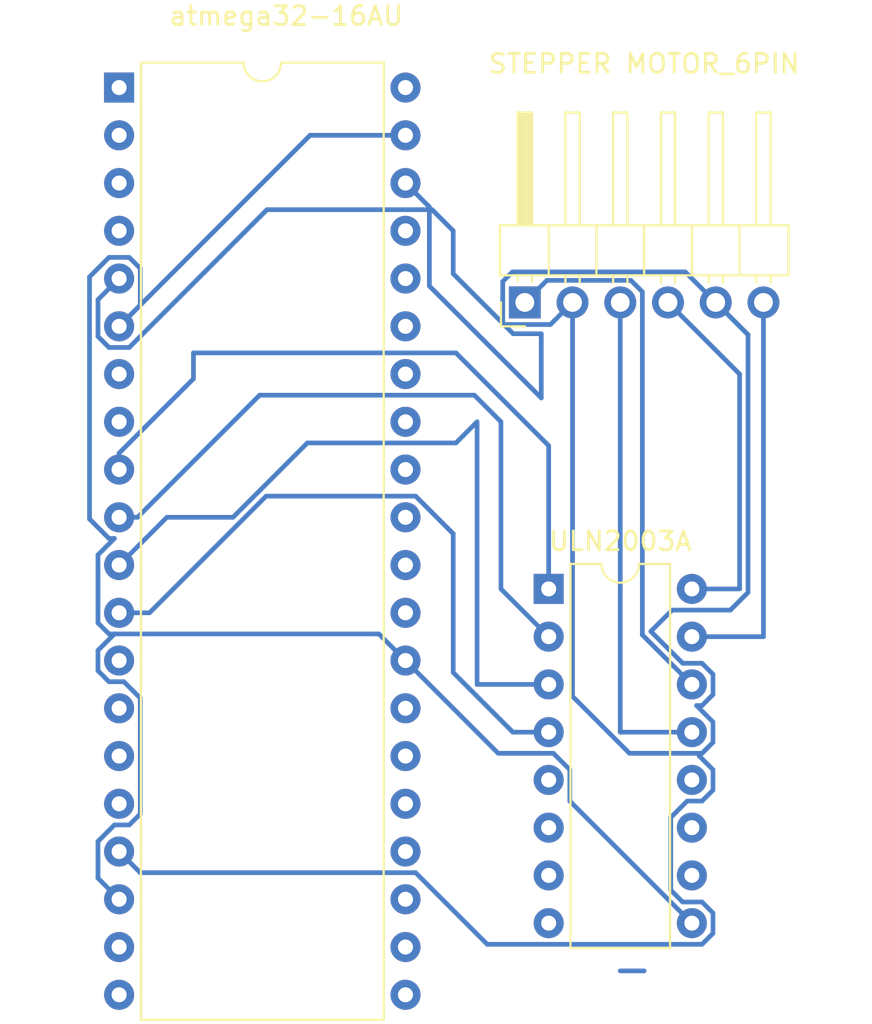
<source format=kicad_pcb>
(kicad_pcb (version 20171130) (host pcbnew "(5.1.9)-1")

  (general
    (thickness 1.6)
    (drawings 0)
    (tracks 127)
    (zones 0)
    (modules 3)
    (nets 47)
  )

  (page A4)
  (layers
    (0 F.Cu signal)
    (31 B.Cu signal)
    (32 B.Adhes user)
    (33 F.Adhes user)
    (34 B.Paste user)
    (35 F.Paste user)
    (36 B.SilkS user)
    (37 F.SilkS user)
    (38 B.Mask user)
    (39 F.Mask user)
    (40 Dwgs.User user)
    (41 Cmts.User user)
    (42 Eco1.User user)
    (43 Eco2.User user)
    (44 Edge.Cuts user)
    (45 Margin user)
    (46 B.CrtYd user)
    (47 F.CrtYd user)
    (48 B.Fab user)
    (49 F.Fab user)
  )

  (setup
    (last_trace_width 0.25)
    (trace_clearance 0.2)
    (zone_clearance 0.508)
    (zone_45_only no)
    (trace_min 0.2)
    (via_size 0.8)
    (via_drill 0.4)
    (via_min_size 0.4)
    (via_min_drill 0.3)
    (uvia_size 0.3)
    (uvia_drill 0.1)
    (uvias_allowed no)
    (uvia_min_size 0.2)
    (uvia_min_drill 0.1)
    (edge_width 0.05)
    (segment_width 0.2)
    (pcb_text_width 0.3)
    (pcb_text_size 1.5 1.5)
    (mod_edge_width 0.12)
    (mod_text_size 1 1)
    (mod_text_width 0.15)
    (pad_size 1.524 1.524)
    (pad_drill 0.762)
    (pad_to_mask_clearance 0)
    (aux_axis_origin 0 0)
    (visible_elements FFFFFF7F)
    (pcbplotparams
      (layerselection 0x010fc_ffffffff)
      (usegerberextensions false)
      (usegerberattributes true)
      (usegerberadvancedattributes true)
      (creategerberjobfile true)
      (excludeedgelayer true)
      (linewidth 0.100000)
      (plotframeref false)
      (viasonmask false)
      (mode 1)
      (useauxorigin false)
      (hpglpennumber 1)
      (hpglpenspeed 20)
      (hpglpendiameter 15.000000)
      (psnegative false)
      (psa4output false)
      (plotreference true)
      (plotvalue true)
      (plotinvisibletext false)
      (padsonsilk false)
      (subtractmaskfromsilk false)
      (outputformat 1)
      (mirror false)
      (drillshape 1)
      (scaleselection 1)
      (outputdirectory ""))
  )

  (net 0 "")
  (net 1 "Net-(M1-Pad1)")
  (net 2 VCC)
  (net 3 "Net-(M1-Pad3)")
  (net 4 "Net-(M1-Pad4)")
  (net 5 "Net-(M1-Pad6)")
  (net 6 "Net-(U1-Pad1)")
  (net 7 "Net-(U1-Pad2)")
  (net 8 "Net-(U1-Pad3)")
  (net 9 "Net-(U1-Pad4)")
  (net 10 GND)
  (net 11 "Net-(U1-Pad7)")
  (net 12 "Net-(U1-Pad8)")
  (net 13 "Net-(U1-Pad9)")
  (net 14 "Net-(U1-Pad10)")
  (net 15 "Net-(U1-Pad11)")
  (net 16 "Net-(U1-Pad12)")
  (net 17 "Net-(U1-Pad13)")
  (net 18 "Net-(U1-Pad14)")
  (net 19 "Net-(U1-Pad15)")
  (net 20 "Net-(U1-Pad16)")
  (net 21 "Net-(U1-Pad19)")
  (net 22 "Net-(U1-Pad20)")
  (net 23 "Net-(U1-Pad21)")
  (net 24 "Net-(U1-Pad22)")
  (net 25 "Net-(U1-Pad23)")
  (net 26 "Net-(U1-Pad24)")
  (net 27 "Net-(U1-Pad25)")
  (net 28 "Net-(U1-Pad26)")
  (net 29 "Net-(U1-Pad27)")
  (net 30 "Net-(U1-Pad29)")
  (net 31 "Net-(U1-Pad30)")
  (net 32 "Net-(U1-Pad31)")
  (net 33 "Net-(U1-Pad32)")
  (net 34 "Net-(U1-Pad33)")
  (net 35 "Net-(U1-Pad34)")
  (net 36 "Net-(U1-Pad35)")
  (net 37 "Net-(U1-Pad36)")
  (net 38 "Net-(U1-Pad37)")
  (net 39 "Net-(U1-Pad40)")
  (net 40 "Net-(U2-Pad10)")
  (net 41 "Net-(U2-Pad11)")
  (net 42 "Net-(U2-Pad12)")
  (net 43 "Net-(U2-Pad5)")
  (net 44 "Net-(U2-Pad6)")
  (net 45 "Net-(U2-Pad7)")
  (net 46 "Net-(U2-Pad8)")

  (net_class Default "This is the default net class."
    (clearance 0.2)
    (trace_width 0.25)
    (via_dia 0.8)
    (via_drill 0.4)
    (uvia_dia 0.3)
    (uvia_drill 0.1)
    (add_net GND)
    (add_net "Net-(M1-Pad1)")
    (add_net "Net-(M1-Pad3)")
    (add_net "Net-(M1-Pad4)")
    (add_net "Net-(M1-Pad6)")
    (add_net "Net-(U1-Pad1)")
    (add_net "Net-(U1-Pad10)")
    (add_net "Net-(U1-Pad11)")
    (add_net "Net-(U1-Pad12)")
    (add_net "Net-(U1-Pad13)")
    (add_net "Net-(U1-Pad14)")
    (add_net "Net-(U1-Pad15)")
    (add_net "Net-(U1-Pad16)")
    (add_net "Net-(U1-Pad19)")
    (add_net "Net-(U1-Pad2)")
    (add_net "Net-(U1-Pad20)")
    (add_net "Net-(U1-Pad21)")
    (add_net "Net-(U1-Pad22)")
    (add_net "Net-(U1-Pad23)")
    (add_net "Net-(U1-Pad24)")
    (add_net "Net-(U1-Pad25)")
    (add_net "Net-(U1-Pad26)")
    (add_net "Net-(U1-Pad27)")
    (add_net "Net-(U1-Pad29)")
    (add_net "Net-(U1-Pad3)")
    (add_net "Net-(U1-Pad30)")
    (add_net "Net-(U1-Pad31)")
    (add_net "Net-(U1-Pad32)")
    (add_net "Net-(U1-Pad33)")
    (add_net "Net-(U1-Pad34)")
    (add_net "Net-(U1-Pad35)")
    (add_net "Net-(U1-Pad36)")
    (add_net "Net-(U1-Pad37)")
    (add_net "Net-(U1-Pad4)")
    (add_net "Net-(U1-Pad40)")
    (add_net "Net-(U1-Pad7)")
    (add_net "Net-(U1-Pad8)")
    (add_net "Net-(U1-Pad9)")
    (add_net "Net-(U2-Pad10)")
    (add_net "Net-(U2-Pad11)")
    (add_net "Net-(U2-Pad12)")
    (add_net "Net-(U2-Pad5)")
    (add_net "Net-(U2-Pad6)")
    (add_net "Net-(U2-Pad7)")
    (add_net "Net-(U2-Pad8)")
    (add_net VCC)
  )

  (module Package_DIP:DIP-40_W15.24mm (layer F.Cu) (tedit 5A02E8C5) (tstamp 607A2BAB)
    (at 101.6 106.68)
    (descr "40-lead though-hole mounted DIP package, row spacing 15.24 mm (600 mils)")
    (tags "THT DIP DIL PDIP 2.54mm 15.24mm 600mil")
    (path /6079A63F)
    (fp_text reference atmega32-16AU (at 8.89 -3.81) (layer F.SilkS)
      (effects (font (size 1 1) (thickness 0.15)))
    )
    (fp_text value ATmega32-16AU (at 8.89 -3.81) (layer F.Fab)
      (effects (font (size 1 1) (thickness 0.15)))
    )
    (fp_text user %R (at 0 0) (layer F.Fab)
      (effects (font (size 1 1) (thickness 0.15)))
    )
    (fp_arc (start 7.62 -1.33) (end 6.62 -1.33) (angle -180) (layer F.SilkS) (width 0.12))
    (fp_line (start 1.255 -1.27) (end 14.985 -1.27) (layer F.Fab) (width 0.1))
    (fp_line (start 14.985 -1.27) (end 14.985 49.53) (layer F.Fab) (width 0.1))
    (fp_line (start 14.985 49.53) (end 0.255 49.53) (layer F.Fab) (width 0.1))
    (fp_line (start 0.255 49.53) (end 0.255 -0.27) (layer F.Fab) (width 0.1))
    (fp_line (start 0.255 -0.27) (end 1.255 -1.27) (layer F.Fab) (width 0.1))
    (fp_line (start 6.62 -1.33) (end 1.16 -1.33) (layer F.SilkS) (width 0.12))
    (fp_line (start 1.16 -1.33) (end 1.16 49.59) (layer F.SilkS) (width 0.12))
    (fp_line (start 1.16 49.59) (end 14.08 49.59) (layer F.SilkS) (width 0.12))
    (fp_line (start 14.08 49.59) (end 14.08 -1.33) (layer F.SilkS) (width 0.12))
    (fp_line (start 14.08 -1.33) (end 8.62 -1.33) (layer F.SilkS) (width 0.12))
    (fp_line (start -1.05 -1.55) (end -1.05 49.8) (layer F.CrtYd) (width 0.05))
    (fp_line (start -1.05 49.8) (end 16.3 49.8) (layer F.CrtYd) (width 0.05))
    (fp_line (start 16.3 49.8) (end 16.3 -1.55) (layer F.CrtYd) (width 0.05))
    (fp_line (start 16.3 -1.55) (end -1.05 -1.55) (layer F.CrtYd) (width 0.05))
    (pad 40 thru_hole oval (at 15.24 0) (size 1.6 1.6) (drill 0.8) (layers *.Cu *.Mask)
      (net 39 "Net-(U1-Pad40)"))
    (pad 20 thru_hole oval (at 0 48.26) (size 1.6 1.6) (drill 0.8) (layers *.Cu *.Mask)
      (net 22 "Net-(U1-Pad20)"))
    (pad 39 thru_hole oval (at 15.24 2.54) (size 1.6 1.6) (drill 0.8) (layers *.Cu *.Mask)
      (net 10 GND))
    (pad 19 thru_hole oval (at 0 45.72) (size 1.6 1.6) (drill 0.8) (layers *.Cu *.Mask)
      (net 21 "Net-(U1-Pad19)"))
    (pad 38 thru_hole oval (at 15.24 5.08) (size 1.6 1.6) (drill 0.8) (layers *.Cu *.Mask)
      (net 2 VCC))
    (pad 18 thru_hole oval (at 0 43.18) (size 1.6 1.6) (drill 0.8) (layers *.Cu *.Mask)
      (net 10 GND))
    (pad 37 thru_hole oval (at 15.24 7.62) (size 1.6 1.6) (drill 0.8) (layers *.Cu *.Mask)
      (net 38 "Net-(U1-Pad37)"))
    (pad 17 thru_hole oval (at 0 40.64) (size 1.6 1.6) (drill 0.8) (layers *.Cu *.Mask)
      (net 2 VCC))
    (pad 36 thru_hole oval (at 15.24 10.16) (size 1.6 1.6) (drill 0.8) (layers *.Cu *.Mask)
      (net 37 "Net-(U1-Pad36)"))
    (pad 16 thru_hole oval (at 0 38.1) (size 1.6 1.6) (drill 0.8) (layers *.Cu *.Mask)
      (net 20 "Net-(U1-Pad16)"))
    (pad 35 thru_hole oval (at 15.24 12.7) (size 1.6 1.6) (drill 0.8) (layers *.Cu *.Mask)
      (net 36 "Net-(U1-Pad35)"))
    (pad 15 thru_hole oval (at 0 35.56) (size 1.6 1.6) (drill 0.8) (layers *.Cu *.Mask)
      (net 19 "Net-(U1-Pad15)"))
    (pad 34 thru_hole oval (at 15.24 15.24) (size 1.6 1.6) (drill 0.8) (layers *.Cu *.Mask)
      (net 35 "Net-(U1-Pad34)"))
    (pad 14 thru_hole oval (at 0 33.02) (size 1.6 1.6) (drill 0.8) (layers *.Cu *.Mask)
      (net 18 "Net-(U1-Pad14)"))
    (pad 33 thru_hole oval (at 15.24 17.78) (size 1.6 1.6) (drill 0.8) (layers *.Cu *.Mask)
      (net 34 "Net-(U1-Pad33)"))
    (pad 13 thru_hole oval (at 0 30.48) (size 1.6 1.6) (drill 0.8) (layers *.Cu *.Mask)
      (net 17 "Net-(U1-Pad13)"))
    (pad 32 thru_hole oval (at 15.24 20.32) (size 1.6 1.6) (drill 0.8) (layers *.Cu *.Mask)
      (net 33 "Net-(U1-Pad32)"))
    (pad 12 thru_hole oval (at 0 27.94) (size 1.6 1.6) (drill 0.8) (layers *.Cu *.Mask)
      (net 16 "Net-(U1-Pad12)"))
    (pad 31 thru_hole oval (at 15.24 22.86) (size 1.6 1.6) (drill 0.8) (layers *.Cu *.Mask)
      (net 32 "Net-(U1-Pad31)"))
    (pad 11 thru_hole oval (at 0 25.4) (size 1.6 1.6) (drill 0.8) (layers *.Cu *.Mask)
      (net 15 "Net-(U1-Pad11)"))
    (pad 30 thru_hole oval (at 15.24 25.4) (size 1.6 1.6) (drill 0.8) (layers *.Cu *.Mask)
      (net 31 "Net-(U1-Pad30)"))
    (pad 10 thru_hole oval (at 0 22.86) (size 1.6 1.6) (drill 0.8) (layers *.Cu *.Mask)
      (net 14 "Net-(U1-Pad10)"))
    (pad 29 thru_hole oval (at 15.24 27.94) (size 1.6 1.6) (drill 0.8) (layers *.Cu *.Mask)
      (net 30 "Net-(U1-Pad29)"))
    (pad 9 thru_hole oval (at 0 20.32) (size 1.6 1.6) (drill 0.8) (layers *.Cu *.Mask)
      (net 13 "Net-(U1-Pad9)"))
    (pad 28 thru_hole oval (at 15.24 30.48) (size 1.6 1.6) (drill 0.8) (layers *.Cu *.Mask)
      (net 10 GND))
    (pad 8 thru_hole oval (at 0 17.78) (size 1.6 1.6) (drill 0.8) (layers *.Cu *.Mask)
      (net 12 "Net-(U1-Pad8)"))
    (pad 27 thru_hole oval (at 15.24 33.02) (size 1.6 1.6) (drill 0.8) (layers *.Cu *.Mask)
      (net 29 "Net-(U1-Pad27)"))
    (pad 7 thru_hole oval (at 0 15.24) (size 1.6 1.6) (drill 0.8) (layers *.Cu *.Mask)
      (net 11 "Net-(U1-Pad7)"))
    (pad 26 thru_hole oval (at 15.24 35.56) (size 1.6 1.6) (drill 0.8) (layers *.Cu *.Mask)
      (net 28 "Net-(U1-Pad26)"))
    (pad 6 thru_hole oval (at 0 12.7) (size 1.6 1.6) (drill 0.8) (layers *.Cu *.Mask)
      (net 10 GND))
    (pad 25 thru_hole oval (at 15.24 38.1) (size 1.6 1.6) (drill 0.8) (layers *.Cu *.Mask)
      (net 27 "Net-(U1-Pad25)"))
    (pad 5 thru_hole oval (at 0 10.16) (size 1.6 1.6) (drill 0.8) (layers *.Cu *.Mask)
      (net 2 VCC))
    (pad 24 thru_hole oval (at 15.24 40.64) (size 1.6 1.6) (drill 0.8) (layers *.Cu *.Mask)
      (net 26 "Net-(U1-Pad24)"))
    (pad 4 thru_hole oval (at 0 7.62) (size 1.6 1.6) (drill 0.8) (layers *.Cu *.Mask)
      (net 9 "Net-(U1-Pad4)"))
    (pad 23 thru_hole oval (at 15.24 43.18) (size 1.6 1.6) (drill 0.8) (layers *.Cu *.Mask)
      (net 25 "Net-(U1-Pad23)"))
    (pad 3 thru_hole oval (at 0 5.08) (size 1.6 1.6) (drill 0.8) (layers *.Cu *.Mask)
      (net 8 "Net-(U1-Pad3)"))
    (pad 22 thru_hole oval (at 15.24 45.72) (size 1.6 1.6) (drill 0.8) (layers *.Cu *.Mask)
      (net 24 "Net-(U1-Pad22)"))
    (pad 2 thru_hole oval (at 0 2.54) (size 1.6 1.6) (drill 0.8) (layers *.Cu *.Mask)
      (net 7 "Net-(U1-Pad2)"))
    (pad 21 thru_hole oval (at 15.24 48.26) (size 1.6 1.6) (drill 0.8) (layers *.Cu *.Mask)
      (net 23 "Net-(U1-Pad21)"))
    (pad 1 thru_hole rect (at 0 0) (size 1.6 1.6) (drill 0.8) (layers *.Cu *.Mask)
      (net 6 "Net-(U1-Pad1)"))
    (model ${KISYS3DMOD}/Package_DIP.3dshapes/DIP-40_W15.24mm.wrl
      (at (xyz 0 0 0))
      (scale (xyz 1 1 1))
      (rotate (xyz 0 0 0))
    )
  )

  (module Connector_PinHeader_2.54mm:PinHeader_1x06_P2.54mm_Horizontal (layer F.Cu) (tedit 59FED5CB) (tstamp 607A2B68)
    (at 123.19 118.11 90)
    (descr "Through hole angled pin header, 1x06, 2.54mm pitch, 6mm pin length, single row")
    (tags "Through hole angled pin header THT 1x06 2.54mm single row")
    (path /607A4FEB)
    (fp_text reference "STEPPER MOTOR_6PIN" (at 12.7 6.35 180) (layer F.SilkS)
      (effects (font (size 1 1) (thickness 0.15)))
    )
    (fp_text value Stepper_Motor_unipolar_6pin (at 12.7 7.62) (layer F.Fab)
      (effects (font (size 1 1) (thickness 0.15)))
    )
    (fp_line (start 10.55 -1.8) (end -1.8 -1.8) (layer F.CrtYd) (width 0.05))
    (fp_line (start 10.55 14.5) (end 10.55 -1.8) (layer F.CrtYd) (width 0.05))
    (fp_line (start -1.8 14.5) (end 10.55 14.5) (layer F.CrtYd) (width 0.05))
    (fp_line (start -1.8 -1.8) (end -1.8 14.5) (layer F.CrtYd) (width 0.05))
    (fp_line (start -1.27 -1.27) (end 0 -1.27) (layer F.SilkS) (width 0.12))
    (fp_line (start -1.27 0) (end -1.27 -1.27) (layer F.SilkS) (width 0.12))
    (fp_line (start 1.042929 13.08) (end 1.44 13.08) (layer F.SilkS) (width 0.12))
    (fp_line (start 1.042929 12.32) (end 1.44 12.32) (layer F.SilkS) (width 0.12))
    (fp_line (start 10.1 13.08) (end 4.1 13.08) (layer F.SilkS) (width 0.12))
    (fp_line (start 10.1 12.32) (end 10.1 13.08) (layer F.SilkS) (width 0.12))
    (fp_line (start 4.1 12.32) (end 10.1 12.32) (layer F.SilkS) (width 0.12))
    (fp_line (start 1.44 11.43) (end 4.1 11.43) (layer F.SilkS) (width 0.12))
    (fp_line (start 1.042929 10.54) (end 1.44 10.54) (layer F.SilkS) (width 0.12))
    (fp_line (start 1.042929 9.78) (end 1.44 9.78) (layer F.SilkS) (width 0.12))
    (fp_line (start 10.1 10.54) (end 4.1 10.54) (layer F.SilkS) (width 0.12))
    (fp_line (start 10.1 9.78) (end 10.1 10.54) (layer F.SilkS) (width 0.12))
    (fp_line (start 4.1 9.78) (end 10.1 9.78) (layer F.SilkS) (width 0.12))
    (fp_line (start 1.44 8.89) (end 4.1 8.89) (layer F.SilkS) (width 0.12))
    (fp_line (start 1.042929 8) (end 1.44 8) (layer F.SilkS) (width 0.12))
    (fp_line (start 1.042929 7.24) (end 1.44 7.24) (layer F.SilkS) (width 0.12))
    (fp_line (start 10.1 8) (end 4.1 8) (layer F.SilkS) (width 0.12))
    (fp_line (start 10.1 7.24) (end 10.1 8) (layer F.SilkS) (width 0.12))
    (fp_line (start 4.1 7.24) (end 10.1 7.24) (layer F.SilkS) (width 0.12))
    (fp_line (start 1.44 6.35) (end 4.1 6.35) (layer F.SilkS) (width 0.12))
    (fp_line (start 1.042929 5.46) (end 1.44 5.46) (layer F.SilkS) (width 0.12))
    (fp_line (start 1.042929 4.7) (end 1.44 4.7) (layer F.SilkS) (width 0.12))
    (fp_line (start 10.1 5.46) (end 4.1 5.46) (layer F.SilkS) (width 0.12))
    (fp_line (start 10.1 4.7) (end 10.1 5.46) (layer F.SilkS) (width 0.12))
    (fp_line (start 4.1 4.7) (end 10.1 4.7) (layer F.SilkS) (width 0.12))
    (fp_line (start 1.44 3.81) (end 4.1 3.81) (layer F.SilkS) (width 0.12))
    (fp_line (start 1.042929 2.92) (end 1.44 2.92) (layer F.SilkS) (width 0.12))
    (fp_line (start 1.042929 2.16) (end 1.44 2.16) (layer F.SilkS) (width 0.12))
    (fp_line (start 10.1 2.92) (end 4.1 2.92) (layer F.SilkS) (width 0.12))
    (fp_line (start 10.1 2.16) (end 10.1 2.92) (layer F.SilkS) (width 0.12))
    (fp_line (start 4.1 2.16) (end 10.1 2.16) (layer F.SilkS) (width 0.12))
    (fp_line (start 1.44 1.27) (end 4.1 1.27) (layer F.SilkS) (width 0.12))
    (fp_line (start 1.11 0.38) (end 1.44 0.38) (layer F.SilkS) (width 0.12))
    (fp_line (start 1.11 -0.38) (end 1.44 -0.38) (layer F.SilkS) (width 0.12))
    (fp_line (start 4.1 0.28) (end 10.1 0.28) (layer F.SilkS) (width 0.12))
    (fp_line (start 4.1 0.16) (end 10.1 0.16) (layer F.SilkS) (width 0.12))
    (fp_line (start 4.1 0.04) (end 10.1 0.04) (layer F.SilkS) (width 0.12))
    (fp_line (start 4.1 -0.08) (end 10.1 -0.08) (layer F.SilkS) (width 0.12))
    (fp_line (start 4.1 -0.2) (end 10.1 -0.2) (layer F.SilkS) (width 0.12))
    (fp_line (start 4.1 -0.32) (end 10.1 -0.32) (layer F.SilkS) (width 0.12))
    (fp_line (start 10.1 0.38) (end 4.1 0.38) (layer F.SilkS) (width 0.12))
    (fp_line (start 10.1 -0.38) (end 10.1 0.38) (layer F.SilkS) (width 0.12))
    (fp_line (start 4.1 -0.38) (end 10.1 -0.38) (layer F.SilkS) (width 0.12))
    (fp_line (start 4.1 -1.33) (end 1.44 -1.33) (layer F.SilkS) (width 0.12))
    (fp_line (start 4.1 14.03) (end 4.1 -1.33) (layer F.SilkS) (width 0.12))
    (fp_line (start 1.44 14.03) (end 4.1 14.03) (layer F.SilkS) (width 0.12))
    (fp_line (start 1.44 -1.33) (end 1.44 14.03) (layer F.SilkS) (width 0.12))
    (fp_line (start 4.04 13.02) (end 10.04 13.02) (layer F.Fab) (width 0.1))
    (fp_line (start 10.04 12.38) (end 10.04 13.02) (layer F.Fab) (width 0.1))
    (fp_line (start 4.04 12.38) (end 10.04 12.38) (layer F.Fab) (width 0.1))
    (fp_line (start -0.32 13.02) (end 1.5 13.02) (layer F.Fab) (width 0.1))
    (fp_line (start -0.32 12.38) (end -0.32 13.02) (layer F.Fab) (width 0.1))
    (fp_line (start -0.32 12.38) (end 1.5 12.38) (layer F.Fab) (width 0.1))
    (fp_line (start 4.04 10.48) (end 10.04 10.48) (layer F.Fab) (width 0.1))
    (fp_line (start 10.04 9.84) (end 10.04 10.48) (layer F.Fab) (width 0.1))
    (fp_line (start 4.04 9.84) (end 10.04 9.84) (layer F.Fab) (width 0.1))
    (fp_line (start -0.32 10.48) (end 1.5 10.48) (layer F.Fab) (width 0.1))
    (fp_line (start -0.32 9.84) (end -0.32 10.48) (layer F.Fab) (width 0.1))
    (fp_line (start -0.32 9.84) (end 1.5 9.84) (layer F.Fab) (width 0.1))
    (fp_line (start 4.04 7.94) (end 10.04 7.94) (layer F.Fab) (width 0.1))
    (fp_line (start 10.04 7.3) (end 10.04 7.94) (layer F.Fab) (width 0.1))
    (fp_line (start 4.04 7.3) (end 10.04 7.3) (layer F.Fab) (width 0.1))
    (fp_line (start -0.32 7.94) (end 1.5 7.94) (layer F.Fab) (width 0.1))
    (fp_line (start -0.32 7.3) (end -0.32 7.94) (layer F.Fab) (width 0.1))
    (fp_line (start -0.32 7.3) (end 1.5 7.3) (layer F.Fab) (width 0.1))
    (fp_line (start 4.04 5.4) (end 10.04 5.4) (layer F.Fab) (width 0.1))
    (fp_line (start 10.04 4.76) (end 10.04 5.4) (layer F.Fab) (width 0.1))
    (fp_line (start 4.04 4.76) (end 10.04 4.76) (layer F.Fab) (width 0.1))
    (fp_line (start -0.32 5.4) (end 1.5 5.4) (layer F.Fab) (width 0.1))
    (fp_line (start -0.32 4.76) (end -0.32 5.4) (layer F.Fab) (width 0.1))
    (fp_line (start -0.32 4.76) (end 1.5 4.76) (layer F.Fab) (width 0.1))
    (fp_line (start 4.04 2.86) (end 10.04 2.86) (layer F.Fab) (width 0.1))
    (fp_line (start 10.04 2.22) (end 10.04 2.86) (layer F.Fab) (width 0.1))
    (fp_line (start 4.04 2.22) (end 10.04 2.22) (layer F.Fab) (width 0.1))
    (fp_line (start -0.32 2.86) (end 1.5 2.86) (layer F.Fab) (width 0.1))
    (fp_line (start -0.32 2.22) (end -0.32 2.86) (layer F.Fab) (width 0.1))
    (fp_line (start -0.32 2.22) (end 1.5 2.22) (layer F.Fab) (width 0.1))
    (fp_line (start 4.04 0.32) (end 10.04 0.32) (layer F.Fab) (width 0.1))
    (fp_line (start 10.04 -0.32) (end 10.04 0.32) (layer F.Fab) (width 0.1))
    (fp_line (start 4.04 -0.32) (end 10.04 -0.32) (layer F.Fab) (width 0.1))
    (fp_line (start -0.32 0.32) (end 1.5 0.32) (layer F.Fab) (width 0.1))
    (fp_line (start -0.32 -0.32) (end -0.32 0.32) (layer F.Fab) (width 0.1))
    (fp_line (start -0.32 -0.32) (end 1.5 -0.32) (layer F.Fab) (width 0.1))
    (fp_line (start 1.5 -0.635) (end 2.135 -1.27) (layer F.Fab) (width 0.1))
    (fp_line (start 1.5 13.97) (end 1.5 -0.635) (layer F.Fab) (width 0.1))
    (fp_line (start 4.04 13.97) (end 1.5 13.97) (layer F.Fab) (width 0.1))
    (fp_line (start 4.04 -1.27) (end 4.04 13.97) (layer F.Fab) (width 0.1))
    (fp_line (start 2.135 -1.27) (end 4.04 -1.27) (layer F.Fab) (width 0.1))
    (fp_text user %R (at 2.77 6.35) (layer F.Fab)
      (effects (font (size 1 1) (thickness 0.15)))
    )
    (pad 1 thru_hole rect (at 0 0 90) (size 1.7 1.7) (drill 1) (layers *.Cu *.Mask)
      (net 1 "Net-(M1-Pad1)"))
    (pad 2 thru_hole oval (at 0 2.54 90) (size 1.7 1.7) (drill 1) (layers *.Cu *.Mask)
      (net 2 VCC))
    (pad 3 thru_hole oval (at 0 5.08 90) (size 1.7 1.7) (drill 1) (layers *.Cu *.Mask)
      (net 3 "Net-(M1-Pad3)"))
    (pad 4 thru_hole oval (at 0 7.62 90) (size 1.7 1.7) (drill 1) (layers *.Cu *.Mask)
      (net 4 "Net-(M1-Pad4)"))
    (pad 5 thru_hole oval (at 0 10.16 90) (size 1.7 1.7) (drill 1) (layers *.Cu *.Mask)
      (net 2 VCC))
    (pad 6 thru_hole oval (at 0 12.7 90) (size 1.7 1.7) (drill 1) (layers *.Cu *.Mask)
      (net 5 "Net-(M1-Pad6)"))
    (model ${KISYS3DMOD}/Connector_PinHeader_2.54mm.3dshapes/PinHeader_1x06_P2.54mm_Horizontal.wrl
      (at (xyz 0 0 0))
      (scale (xyz 1 1 1))
      (rotate (xyz 0 0 0))
    )
  )

  (module Package_DIP:DIP-16_W7.62mm (layer F.Cu) (tedit 5A02E8C5) (tstamp 607A2BCF)
    (at 124.46 133.35)
    (descr "16-lead though-hole mounted DIP package, row spacing 7.62 mm (300 mils)")
    (tags "THT DIP DIL PDIP 2.54mm 7.62mm 300mil")
    (path /6079BA20)
    (fp_text reference ULN2003A (at 3.81 -2.54) (layer F.SilkS)
      (effects (font (size 1 1) (thickness 0.15)))
    )
    (fp_text value ULN2003A (at 3.81 -2.54) (layer F.Fab)
      (effects (font (size 1 1) (thickness 0.15)))
    )
    (fp_line (start 8.7 -1.55) (end -1.1 -1.55) (layer F.CrtYd) (width 0.05))
    (fp_line (start 8.7 19.3) (end 8.7 -1.55) (layer F.CrtYd) (width 0.05))
    (fp_line (start -1.1 19.3) (end 8.7 19.3) (layer F.CrtYd) (width 0.05))
    (fp_line (start -1.1 -1.55) (end -1.1 19.3) (layer F.CrtYd) (width 0.05))
    (fp_line (start 6.46 -1.33) (end 4.81 -1.33) (layer F.SilkS) (width 0.12))
    (fp_line (start 6.46 19.11) (end 6.46 -1.33) (layer F.SilkS) (width 0.12))
    (fp_line (start 1.16 19.11) (end 6.46 19.11) (layer F.SilkS) (width 0.12))
    (fp_line (start 1.16 -1.33) (end 1.16 19.11) (layer F.SilkS) (width 0.12))
    (fp_line (start 2.81 -1.33) (end 1.16 -1.33) (layer F.SilkS) (width 0.12))
    (fp_line (start 0.635 -0.27) (end 1.635 -1.27) (layer F.Fab) (width 0.1))
    (fp_line (start 0.635 19.05) (end 0.635 -0.27) (layer F.Fab) (width 0.1))
    (fp_line (start 6.985 19.05) (end 0.635 19.05) (layer F.Fab) (width 0.1))
    (fp_line (start 6.985 -1.27) (end 6.985 19.05) (layer F.Fab) (width 0.1))
    (fp_line (start 1.635 -1.27) (end 6.985 -1.27) (layer F.Fab) (width 0.1))
    (fp_arc (start 3.81 -1.33) (end 2.81 -1.33) (angle -180) (layer F.SilkS) (width 0.12))
    (fp_text user %R (at 3.81 8.89) (layer F.Fab)
      (effects (font (size 1 1) (thickness 0.15)))
    )
    (pad 1 thru_hole rect (at 0 0) (size 1.6 1.6) (drill 0.8) (layers *.Cu *.Mask)
      (net 13 "Net-(U1-Pad9)"))
    (pad 9 thru_hole oval (at 7.62 17.78) (size 1.6 1.6) (drill 0.8) (layers *.Cu *.Mask)
      (net 10 GND))
    (pad 2 thru_hole oval (at 0 2.54) (size 1.6 1.6) (drill 0.8) (layers *.Cu *.Mask)
      (net 14 "Net-(U1-Pad10)"))
    (pad 10 thru_hole oval (at 7.62 15.24) (size 1.6 1.6) (drill 0.8) (layers *.Cu *.Mask)
      (net 40 "Net-(U2-Pad10)"))
    (pad 3 thru_hole oval (at 0 5.08) (size 1.6 1.6) (drill 0.8) (layers *.Cu *.Mask)
      (net 15 "Net-(U1-Pad11)"))
    (pad 11 thru_hole oval (at 7.62 12.7) (size 1.6 1.6) (drill 0.8) (layers *.Cu *.Mask)
      (net 41 "Net-(U2-Pad11)"))
    (pad 4 thru_hole oval (at 0 7.62) (size 1.6 1.6) (drill 0.8) (layers *.Cu *.Mask)
      (net 16 "Net-(U1-Pad12)"))
    (pad 12 thru_hole oval (at 7.62 10.16) (size 1.6 1.6) (drill 0.8) (layers *.Cu *.Mask)
      (net 42 "Net-(U2-Pad12)"))
    (pad 5 thru_hole oval (at 0 10.16) (size 1.6 1.6) (drill 0.8) (layers *.Cu *.Mask)
      (net 43 "Net-(U2-Pad5)"))
    (pad 13 thru_hole oval (at 7.62 7.62) (size 1.6 1.6) (drill 0.8) (layers *.Cu *.Mask)
      (net 3 "Net-(M1-Pad3)"))
    (pad 6 thru_hole oval (at 0 12.7) (size 1.6 1.6) (drill 0.8) (layers *.Cu *.Mask)
      (net 44 "Net-(U2-Pad6)"))
    (pad 14 thru_hole oval (at 7.62 5.08) (size 1.6 1.6) (drill 0.8) (layers *.Cu *.Mask)
      (net 1 "Net-(M1-Pad1)"))
    (pad 7 thru_hole oval (at 0 15.24) (size 1.6 1.6) (drill 0.8) (layers *.Cu *.Mask)
      (net 45 "Net-(U2-Pad7)"))
    (pad 15 thru_hole oval (at 7.62 2.54) (size 1.6 1.6) (drill 0.8) (layers *.Cu *.Mask)
      (net 5 "Net-(M1-Pad6)"))
    (pad 8 thru_hole oval (at 0 17.78) (size 1.6 1.6) (drill 0.8) (layers *.Cu *.Mask)
      (net 46 "Net-(U2-Pad8)"))
    (pad 16 thru_hole oval (at 7.62 0) (size 1.6 1.6) (drill 0.8) (layers *.Cu *.Mask)
      (net 4 "Net-(M1-Pad4)"))
    (model ${KISYS3DMOD}/Package_DIP.3dshapes/DIP-16_W7.62mm.wrl
      (at (xyz 0 0 0))
      (scale (xyz 1 1 1))
      (rotate (xyz 0 0 0))
    )
  )

  (segment (start 129.54 153.67) (end 128.27 153.67) (width 0.25) (layer B.Cu) (net 0))
  (segment (start 129.445001 135.795001) (end 132.08 138.43) (width 0.25) (layer B.Cu) (net 1))
  (segment (start 129.445001 117.545999) (end 129.445001 135.795001) (width 0.25) (layer B.Cu) (net 1))
  (segment (start 128.834001 116.934999) (end 129.445001 117.545999) (width 0.25) (layer B.Cu) (net 1))
  (segment (start 124.365001 116.934999) (end 128.834001 116.934999) (width 0.25) (layer B.Cu) (net 1))
  (segment (start 123.19 118.11) (end 124.365001 116.934999) (width 0.25) (layer B.Cu) (net 1))
  (segment (start 125.73 139.06641) (end 125.73 118.11) (width 0.25) (layer B.Cu) (net 2))
  (segment (start 128.758591 142.095001) (end 125.73 139.06641) (width 0.25) (layer B.Cu) (net 2))
  (segment (start 132.620001 142.095001) (end 128.758591 142.095001) (width 0.25) (layer B.Cu) (net 2))
  (segment (start 132.330003 139.555001) (end 133.205001 140.429999) (width 0.25) (layer B.Cu) (net 2))
  (segment (start 132.620001 139.555001) (end 132.330003 139.555001) (width 0.25) (layer B.Cu) (net 2))
  (segment (start 133.205001 138.970001) (end 132.620001 139.555001) (width 0.25) (layer B.Cu) (net 2))
  (segment (start 133.205001 137.889999) (end 133.205001 138.970001) (width 0.25) (layer B.Cu) (net 2))
  (segment (start 132.620001 137.304999) (end 133.205001 137.889999) (width 0.25) (layer B.Cu) (net 2))
  (segment (start 131.591409 137.304999) (end 132.620001 137.304999) (width 0.25) (layer B.Cu) (net 2))
  (segment (start 129.895011 135.608601) (end 131.591409 137.304999) (width 0.25) (layer B.Cu) (net 2))
  (segment (start 133.205001 140.429999) (end 133.205001 141.510001) (width 0.25) (layer B.Cu) (net 2))
  (segment (start 134.131409 134.475001) (end 131.028611 134.475001) (width 0.25) (layer B.Cu) (net 2))
  (segment (start 131.028611 134.475001) (end 129.895011 135.608601) (width 0.25) (layer B.Cu) (net 2))
  (segment (start 135.07001 133.5364) (end 134.131409 134.475001) (width 0.25) (layer B.Cu) (net 2))
  (segment (start 135.07001 119.83001) (end 135.07001 133.5364) (width 0.25) (layer B.Cu) (net 2))
  (segment (start 133.35 118.11) (end 135.07001 119.83001) (width 0.25) (layer B.Cu) (net 2))
  (segment (start 122.079999 119.285001) (end 119.38 116.585002) (width 0.25) (layer B.Cu) (net 2))
  (segment (start 124.554999 119.285001) (end 122.079999 119.285001) (width 0.25) (layer B.Cu) (net 2))
  (segment (start 125.73 118.11) (end 124.554999 119.285001) (width 0.25) (layer B.Cu) (net 2))
  (segment (start 100.474999 117.965001) (end 101.6 116.84) (width 0.25) (layer B.Cu) (net 2))
  (segment (start 101.059999 120.505001) (end 100.474999 119.920001) (width 0.25) (layer B.Cu) (net 2))
  (segment (start 100.474999 119.920001) (end 100.474999 117.965001) (width 0.25) (layer B.Cu) (net 2))
  (segment (start 102.140001 120.505001) (end 101.059999 120.505001) (width 0.25) (layer B.Cu) (net 2))
  (segment (start 109.470003 113.174999) (end 102.140001 120.505001) (width 0.25) (layer B.Cu) (net 2))
  (segment (start 118.254999 113.174999) (end 109.470003 113.174999) (width 0.25) (layer B.Cu) (net 2))
  (segment (start 119.38 114.3) (end 118.254999 113.174999) (width 0.25) (layer B.Cu) (net 2))
  (segment (start 119.38 116.585002) (end 119.38 114.3) (width 0.25) (layer B.Cu) (net 2))
  (segment (start 116.84 111.76) (end 118.11 113.03) (width 0.25) (layer B.Cu) (net 2))
  (segment (start 118.11 117.235002) (end 124.064998 123.19) (width 0.25) (layer B.Cu) (net 2))
  (segment (start 118.11 113.03) (end 118.11 117.235002) (width 0.25) (layer B.Cu) (net 2))
  (segment (start 124.064998 123.19) (end 124.064998 119.775002) (width 0.25) (layer B.Cu) (net 2))
  (segment (start 131.72499 116.48499) (end 135.07001 119.83001) (width 0.25) (layer B.Cu) (net 2))
  (segment (start 122.014999 116.999999) (end 122.530008 116.48499) (width 0.25) (layer B.Cu) (net 2))
  (segment (start 122.014999 119.220001) (end 122.014999 116.999999) (width 0.25) (layer B.Cu) (net 2))
  (segment (start 122.57 119.775002) (end 122.014999 119.220001) (width 0.25) (layer B.Cu) (net 2))
  (segment (start 122.530008 116.48499) (end 131.72499 116.48499) (width 0.25) (layer B.Cu) (net 2))
  (segment (start 124.064998 119.775002) (end 122.57 119.775002) (width 0.25) (layer B.Cu) (net 2))
  (segment (start 133.205001 142.969999) (end 132.475002 142.24) (width 0.25) (layer B.Cu) (net 2))
  (segment (start 133.205001 144.050001) (end 133.205001 142.969999) (width 0.25) (layer B.Cu) (net 2))
  (segment (start 101.6 147.32) (end 102.725001 148.445001) (width 0.25) (layer B.Cu) (net 2))
  (segment (start 117.380001 148.445001) (end 121.190001 152.255001) (width 0.25) (layer B.Cu) (net 2))
  (segment (start 132.620001 152.255001) (end 133.205001 151.670001) (width 0.25) (layer B.Cu) (net 2))
  (segment (start 133.205001 151.670001) (end 133.205001 150.589999) (width 0.25) (layer B.Cu) (net 2))
  (segment (start 130.954999 145.509999) (end 131.829997 144.635001) (width 0.25) (layer B.Cu) (net 2))
  (segment (start 102.725001 148.445001) (end 117.380001 148.445001) (width 0.25) (layer B.Cu) (net 2))
  (segment (start 133.205001 150.589999) (end 132.620001 150.004999) (width 0.25) (layer B.Cu) (net 2))
  (segment (start 132.620001 150.004999) (end 131.591409 150.004999) (width 0.25) (layer B.Cu) (net 2))
  (segment (start 131.591409 150.004999) (end 130.954999 149.368589) (width 0.25) (layer B.Cu) (net 2))
  (segment (start 130.954999 149.368589) (end 130.954999 145.509999) (width 0.25) (layer B.Cu) (net 2))
  (segment (start 121.190001 152.255001) (end 132.620001 152.255001) (width 0.25) (layer B.Cu) (net 2))
  (segment (start 131.829997 144.635001) (end 132.620001 144.635001) (width 0.25) (layer B.Cu) (net 2))
  (segment (start 132.620001 144.635001) (end 133.205001 144.050001) (width 0.25) (layer B.Cu) (net 2))
  (segment (start 132.475002 142.24) (end 132.912501 141.802501) (width 0.25) (layer B.Cu) (net 2))
  (segment (start 132.912501 141.802501) (end 132.620001 142.095001) (width 0.25) (layer B.Cu) (net 2))
  (segment (start 133.205001 141.510001) (end 132.912501 141.802501) (width 0.25) (layer B.Cu) (net 2))
  (segment (start 128.27 118.11) (end 128.27 140.97) (width 0.25) (layer B.Cu) (net 3))
  (segment (start 128.27 140.97) (end 132.08 140.97) (width 0.25) (layer B.Cu) (net 3))
  (segment (start 130.81 118.11) (end 134.62 121.92) (width 0.25) (layer B.Cu) (net 4))
  (segment (start 134.62 121.92) (end 134.62 133.35) (width 0.25) (layer B.Cu) (net 4))
  (segment (start 134.62 133.35) (end 132.08 133.35) (width 0.25) (layer B.Cu) (net 4))
  (segment (start 135.89 118.11) (end 135.89 135.89) (width 0.25) (layer B.Cu) (net 5))
  (segment (start 135.89 135.89) (end 132.08 135.89) (width 0.25) (layer B.Cu) (net 5))
  (segment (start 111.76 109.22) (end 101.6 119.38) (width 0.25) (layer B.Cu) (net 10))
  (segment (start 116.84 109.22) (end 111.76 109.22) (width 0.25) (layer B.Cu) (net 10))
  (segment (start 121.775001 142.095001) (end 116.84 137.16) (width 0.25) (layer B.Cu) (net 10))
  (segment (start 124.710003 142.095001) (end 121.775001 142.095001) (width 0.25) (layer B.Cu) (net 10))
  (segment (start 125.585001 142.969999) (end 124.710003 142.095001) (width 0.25) (layer B.Cu) (net 10))
  (segment (start 125.585001 144.635001) (end 125.585001 142.969999) (width 0.25) (layer B.Cu) (net 10))
  (segment (start 132.08 151.13) (end 125.585001 144.635001) (width 0.25) (layer B.Cu) (net 10))
  (segment (start 100.474999 135.160001) (end 101.059999 135.745001) (width 0.25) (layer B.Cu) (net 10))
  (segment (start 100.474999 131.539999) (end 100.474999 135.160001) (width 0.25) (layer B.Cu) (net 10))
  (segment (start 101.349997 130.665001) (end 100.474999 131.539999) (width 0.25) (layer B.Cu) (net 10))
  (segment (start 115.425001 135.745001) (end 116.84 137.16) (width 0.25) (layer B.Cu) (net 10))
  (segment (start 101.059999 130.665001) (end 101.349997 130.665001) (width 0.25) (layer B.Cu) (net 10))
  (segment (start 100.024989 129.629991) (end 101.059999 130.665001) (width 0.25) (layer B.Cu) (net 10))
  (segment (start 100.024989 116.750009) (end 100.024989 129.629991) (width 0.25) (layer B.Cu) (net 10))
  (segment (start 102.140001 115.714999) (end 101.059999 115.714999) (width 0.25) (layer B.Cu) (net 10))
  (segment (start 102.725001 116.299999) (end 102.140001 115.714999) (width 0.25) (layer B.Cu) (net 10))
  (segment (start 101.059999 115.714999) (end 100.024989 116.750009) (width 0.25) (layer B.Cu) (net 10))
  (segment (start 102.725001 118.254999) (end 102.725001 116.299999) (width 0.25) (layer B.Cu) (net 10))
  (segment (start 101.6 119.38) (end 102.725001 118.254999) (width 0.25) (layer B.Cu) (net 10))
  (segment (start 101.349997 135.745001) (end 101.455001 135.745001) (width 0.25) (layer B.Cu) (net 10))
  (segment (start 100.474999 136.619999) (end 101.349997 135.745001) (width 0.25) (layer B.Cu) (net 10))
  (segment (start 100.474999 137.700001) (end 100.474999 136.619999) (width 0.25) (layer B.Cu) (net 10))
  (segment (start 101.059999 138.285001) (end 100.474999 137.700001) (width 0.25) (layer B.Cu) (net 10))
  (segment (start 101.850003 138.285001) (end 101.059999 138.285001) (width 0.25) (layer B.Cu) (net 10))
  (segment (start 102.725001 139.159999) (end 101.850003 138.285001) (width 0.25) (layer B.Cu) (net 10))
  (segment (start 102.725001 145.320001) (end 102.725001 139.159999) (width 0.25) (layer B.Cu) (net 10))
  (segment (start 102.140001 145.905001) (end 102.725001 145.320001) (width 0.25) (layer B.Cu) (net 10))
  (segment (start 101.349997 145.905001) (end 102.140001 145.905001) (width 0.25) (layer B.Cu) (net 10))
  (segment (start 100.474999 146.779999) (end 101.349997 145.905001) (width 0.25) (layer B.Cu) (net 10))
  (segment (start 100.474999 148.734999) (end 100.474999 146.779999) (width 0.25) (layer B.Cu) (net 10))
  (segment (start 101.6 149.86) (end 100.474999 148.734999) (width 0.25) (layer B.Cu) (net 10))
  (segment (start 101.059999 135.745001) (end 101.455001 135.745001) (width 0.25) (layer B.Cu) (net 10))
  (segment (start 101.455001 135.745001) (end 115.425001 135.745001) (width 0.25) (layer B.Cu) (net 10))
  (segment (start 124.46 133.35) (end 124.46 125.73) (width 0.25) (layer B.Cu) (net 13))
  (segment (start 119.524999 120.794999) (end 105.554999 120.794999) (width 0.25) (layer B.Cu) (net 13))
  (segment (start 124.46 125.73) (end 119.524999 120.794999) (width 0.25) (layer B.Cu) (net 13))
  (segment (start 101.6 126.125002) (end 101.6 127) (width 0.25) (layer B.Cu) (net 13))
  (segment (start 105.554999 122.170003) (end 101.6 126.125002) (width 0.25) (layer B.Cu) (net 13))
  (segment (start 105.554999 120.794999) (end 105.554999 122.170003) (width 0.25) (layer B.Cu) (net 13))
  (segment (start 124.46 135.89) (end 121.92 133.35) (width 0.25) (layer B.Cu) (net 14))
  (segment (start 121.92 133.35) (end 121.92 124.46) (width 0.25) (layer B.Cu) (net 14))
  (segment (start 120.505001 123.045001) (end 109.075001 123.045001) (width 0.25) (layer B.Cu) (net 14))
  (segment (start 121.92 124.46) (end 120.505001 123.045001) (width 0.25) (layer B.Cu) (net 14))
  (segment (start 102.580002 129.54) (end 101.6 129.54) (width 0.25) (layer B.Cu) (net 14))
  (segment (start 109.075001 123.045001) (end 102.580002 129.54) (width 0.25) (layer B.Cu) (net 14))
  (segment (start 124.46 138.43) (end 120.65 138.43) (width 0.25) (layer B.Cu) (net 15))
  (segment (start 120.65 138.43) (end 120.65 124.46) (width 0.25) (layer B.Cu) (net 15))
  (segment (start 119.524999 125.585001) (end 111.615001 125.585001) (width 0.25) (layer B.Cu) (net 15))
  (segment (start 120.65 124.46) (end 119.524999 125.585001) (width 0.25) (layer B.Cu) (net 15))
  (segment (start 104.14 129.54) (end 101.6 132.08) (width 0.25) (layer B.Cu) (net 15))
  (segment (start 107.660002 129.54) (end 104.14 129.54) (width 0.25) (layer B.Cu) (net 15))
  (segment (start 111.615001 125.585001) (end 107.660002 129.54) (width 0.25) (layer B.Cu) (net 15))
  (segment (start 122.55359 140.97) (end 119.38 137.79641) (width 0.25) (layer B.Cu) (net 16))
  (segment (start 124.46 140.97) (end 122.55359 140.97) (width 0.25) (layer B.Cu) (net 16))
  (segment (start 103.216412 134.62) (end 101.6 134.62) (width 0.25) (layer B.Cu) (net 16))
  (segment (start 109.421413 128.414999) (end 103.216412 134.62) (width 0.25) (layer B.Cu) (net 16))
  (segment (start 117.380001 128.414999) (end 109.421413 128.414999) (width 0.25) (layer B.Cu) (net 16))
  (segment (start 119.38 130.414998) (end 117.380001 128.414999) (width 0.25) (layer B.Cu) (net 16))
  (segment (start 119.38 137.79641) (end 119.38 130.414998) (width 0.25) (layer B.Cu) (net 16))

)

</source>
